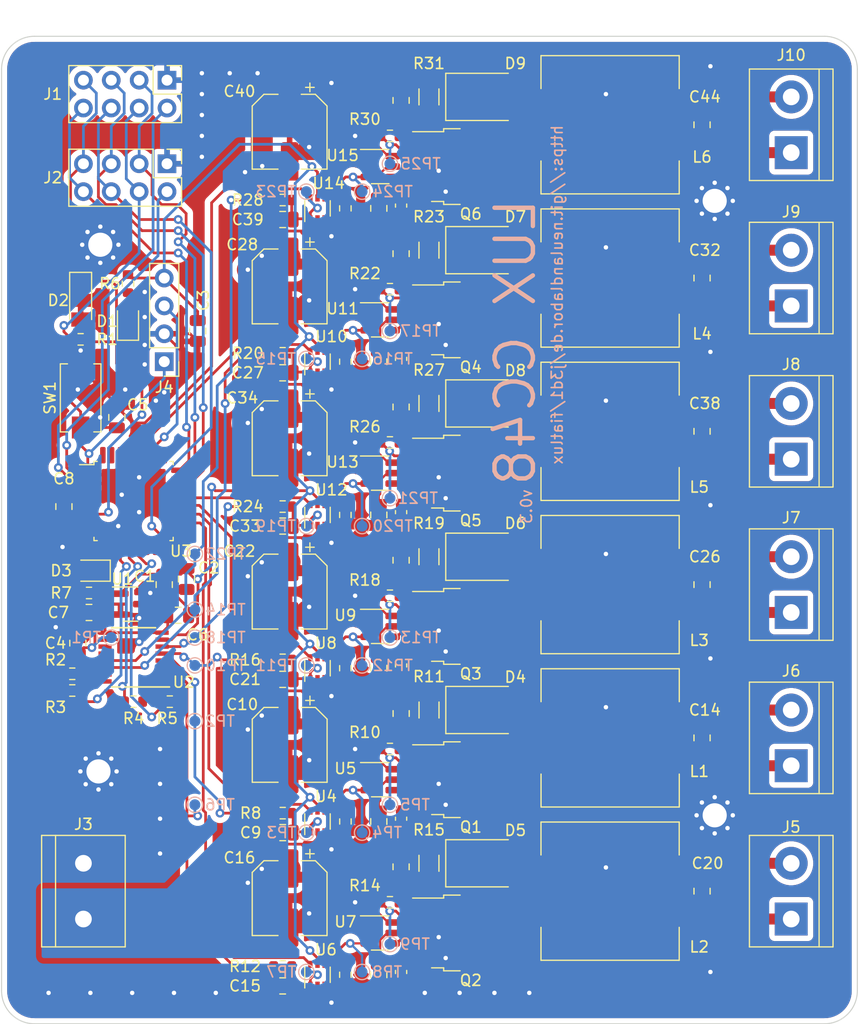
<source format=kicad_pcb>
(kicad_pcb (version 20211014) (generator pcbnew)

  (general
    (thickness 1.6)
  )

  (paper "A4")
  (layers
    (0 "F.Cu" signal)
    (31 "B.Cu" signal)
    (32 "B.Adhes" user "B.Adhesive")
    (33 "F.Adhes" user "F.Adhesive")
    (34 "B.Paste" user)
    (35 "F.Paste" user)
    (36 "B.SilkS" user "B.Silkscreen")
    (37 "F.SilkS" user "F.Silkscreen")
    (38 "B.Mask" user)
    (39 "F.Mask" user)
    (40 "Dwgs.User" user "User.Drawings")
    (41 "Cmts.User" user "User.Comments")
    (42 "Eco1.User" user "User.Eco1")
    (43 "Eco2.User" user "User.Eco2")
    (44 "Edge.Cuts" user)
    (45 "Margin" user)
    (46 "B.CrtYd" user "B.Courtyard")
    (47 "F.CrtYd" user "F.Courtyard")
    (48 "B.Fab" user)
    (49 "F.Fab" user)
    (50 "User.1" user "Nutzer.1")
    (51 "User.2" user "Nutzer.2")
    (52 "User.3" user "Nutzer.3")
    (53 "User.4" user "Nutzer.4")
    (54 "User.5" user "Nutzer.5")
    (55 "User.6" user "Nutzer.6")
    (56 "User.7" user "Nutzer.7")
    (57 "User.8" user "Nutzer.8")
    (58 "User.9" user "Nutzer.9")
  )

  (setup
    (stackup
      (layer "F.SilkS" (type "Top Silk Screen"))
      (layer "F.Paste" (type "Top Solder Paste"))
      (layer "F.Mask" (type "Top Solder Mask") (thickness 0.01))
      (layer "F.Cu" (type "copper") (thickness 0.035))
      (layer "dielectric 1" (type "core") (thickness 1.51) (material "FR4") (epsilon_r 4.5) (loss_tangent 0.02))
      (layer "B.Cu" (type "copper") (thickness 0.035))
      (layer "B.Mask" (type "Bottom Solder Mask") (thickness 0.01))
      (layer "B.Paste" (type "Bottom Solder Paste"))
      (layer "B.SilkS" (type "Bottom Silk Screen"))
      (copper_finish "None")
      (dielectric_constraints no)
    )
    (pad_to_mask_clearance 0)
    (grid_origin 167.894 27.686)
    (pcbplotparams
      (layerselection 0x00010fc_ffffffff)
      (disableapertmacros false)
      (usegerberextensions false)
      (usegerberattributes true)
      (usegerberadvancedattributes true)
      (creategerberjobfile true)
      (svguseinch false)
      (svgprecision 6)
      (excludeedgelayer true)
      (plotframeref false)
      (viasonmask false)
      (mode 1)
      (useauxorigin false)
      (hpglpennumber 1)
      (hpglpenspeed 20)
      (hpglpendiameter 15.000000)
      (dxfpolygonmode true)
      (dxfimperialunits true)
      (dxfusepcbnewfont true)
      (psnegative false)
      (psa4output false)
      (plotreference true)
      (plotvalue true)
      (plotinvisibletext false)
      (sketchpadsonfab false)
      (subtractmaskfromsilk false)
      (outputformat 1)
      (mirror false)
      (drillshape 1)
      (scaleselection 1)
      (outputdirectory "")
    )
  )

  (net 0 "")
  (net 1 "+3V3")
  (net 2 "GND")
  (net 3 "~{BUSRST}")
  (net 4 "Net-(C4-Pad1)")
  (net 5 "Net-(C8-Pad1)")
  (net 6 "/fiatlux_cc48_channel_driver2/DRI_DIM")
  (net 7 "+48V")
  (net 8 "/fiatlux_cc48_channel_driver2/DRI_VCC")
  (net 9 "/fiatlux_cc48_channel_driver2/DRI_COM")
  (net 10 "/fiatlux_cc48_channel_driver2/OUT+")
  (net 11 "/fiatlux_cc48_channel_driver2/OUT-")
  (net 12 "/fiatlux_cc48_channel_driver1/DRI_DIM")
  (net 13 "/fiatlux_cc48_channel_driver1/DRI_VCC")
  (net 14 "/fiatlux_cc48_channel_driver1/DRI_COM")
  (net 15 "/fiatlux_cc48_channel_driver1/OUT+")
  (net 16 "/fiatlux_cc48_channel_driver1/OUT-")
  (net 17 "/fiatlux_cc48_channel_driver3/DRI_DIM")
  (net 18 "/fiatlux_cc48_channel_driver3/DRI_VCC")
  (net 19 "/fiatlux_cc48_channel_driver3/DRI_COM")
  (net 20 "/fiatlux_cc48_channel_driver3/OUT+")
  (net 21 "/fiatlux_cc48_channel_driver3/OUT-")
  (net 22 "/fiatlux_cc48_channel_driver5/DRI_DIM")
  (net 23 "/fiatlux_cc48_channel_driver5/DRI_VCC")
  (net 24 "/fiatlux_cc48_channel_driver5/DRI_COM")
  (net 25 "/fiatlux_cc48_channel_driver5/OUT+")
  (net 26 "/fiatlux_cc48_channel_driver5/OUT-")
  (net 27 "Net-(D1-Pad2)")
  (net 28 "ACT_LED")
  (net 29 "Net-(D3-Pad2)")
  (net 30 "/fiatlux_cc48_channel_driver4/DRI_DIM")
  (net 31 "/fiatlux_cc48_channel_driver4/DRI_VCC")
  (net 32 "/fiatlux_cc48_channel_driver4/DRI_COM")
  (net 33 "/fiatlux_cc48_channel_driver4/OUT+")
  (net 34 "/fiatlux_cc48_channel_driver4/OUT-")
  (net 35 "SWIM")
  (net 36 "/fiatlux_cc48_channel_driver6/DRI_DIM")
  (net 37 "/fiatlux_cc48_channel_driver6/DRI_VCC")
  (net 38 "/fiatlux_cc48_channel_driver6/DRI_COM")
  (net 39 "/fiatlux_cc48_channel_driver6/OUT+")
  (net 40 "/fiatlux_cc48_channel_driver6/OUT-")
  (net 41 "/fiatlux_cc48_channel_driver2/DRI_SOURCE")
  (net 42 "/fiatlux_cc48_channel_driver1/DRI_SOURCE")
  (net 43 "/fiatlux_cc48_channel_driver3/DRI_SOURCE")
  (net 44 "DAC_SYNC")
  (net 45 "Net-(R2-Pad2)")
  (net 46 "SCLK")
  (net 47 "Net-(R3-Pad2)")
  (net 48 "MOSI")
  (net 49 "Net-(R4-Pad2)")
  (net 50 "MISO")
  (net 51 "Net-(R5-Pad2)")
  (net 52 "CH2_DIM")
  (net 53 "Net-(R9-Pad1)")
  (net 54 "CH1_DIM")
  (net 55 "CH3_DIM")
  (net 56 "CH5_DIM")
  (net 57 "CH4_DIM")
  (net 58 "Net-(R21-Pad1)")
  (net 59 "CH6_DIM")
  (net 60 "Net-(C13-Pad1)")
  (net 61 "unconnected-(U2-Pad11)")
  (net 62 "unconnected-(U2-Pad12)")
  (net 63 "INIT_{IN}")
  (net 64 "~{INT}")
  (net 65 "INIT_{OUT}")
  (net 66 "unconnected-(U3-Pad9)")
  (net 67 "SW_SCLK")
  (net 68 "SW_MOSI")
  (net 69 "SW_MISO")
  (net 70 "unconnected-(U3-Pad17)")
  (net 71 "CH1_PWM")
  (net 72 "CH2_PWM")
  (net 73 "CH3_PWM")
  (net 74 "CH4_PWM")
  (net 75 "unconnected-(U3-Pad25)")
  (net 76 "unconnected-(U3-Pad27)")
  (net 77 "CH6_PWM")
  (net 78 "CH5_PWM")
  (net 79 "unconnected-(U3-Pad32)")
  (net 80 "/fiatlux_cc48_channel_driver5/DRI_SOURCE")
  (net 81 "/fiatlux_cc48_channel_driver4/DRI_SOURCE")
  (net 82 "/fiatlux_cc48_channel_driver6/DRI_SOURCE")
  (net 83 "/fiatlux_cc48_channel_driver2/DRI_GATE")
  (net 84 "/fiatlux_cc48_channel_driver1/DRI_GATE")
  (net 85 "/fiatlux_cc48_channel_driver3/DRI_GATE")
  (net 86 "/fiatlux_cc48_channel_driver5/DRI_GATE")
  (net 87 "/fiatlux_cc48_channel_driver4/DRI_GATE")
  (net 88 "/fiatlux_cc48_channel_driver6/DRI_GATE")
  (net 89 "unconnected-(U3-Pad30)")
  (net 90 "unconnected-(U3-Pad31)")
  (net 91 "unconnected-(U3-Pad14)")
  (net 92 "unconnected-(U3-Pad15)")
  (net 93 "unconnected-(U3-Pad7)")
  (net 94 "Net-(C19-Pad1)")
  (net 95 "Net-(C25-Pad1)")
  (net 96 "Net-(C31-Pad1)")
  (net 97 "Net-(C37-Pad1)")
  (net 98 "Net-(C43-Pad1)")
  (net 99 "Net-(R13-Pad1)")
  (net 100 "Net-(R17-Pad1)")
  (net 101 "Net-(R25-Pad1)")
  (net 102 "Net-(R29-Pad1)")

  (footprint "Inductor_SMD:L_12x12mm_H8mm" (layer "F.Cu") (at 213.36 73.66 180))

  (footprint "TerminalBlock:TerminalBlock_bornier-2_P5.08mm" (layer "F.Cu") (at 229.87 90.17 90))

  (footprint "Capacitor_SMD:C_0805_2012Metric" (layer "F.Cu") (at 183.515 110.236 180))

  (footprint "Capacitor_SMD:C_0603_1608Metric" (layer "F.Cu") (at 194.31 81.026 -90))

  (footprint "Capacitor_SMD:C_0805_2012Metric" (layer "F.Cu") (at 221.742 87.63 -90))

  (footprint "TerminalBlock:TerminalBlock_bornier-2_P5.08mm" (layer "F.Cu") (at 229.87 76.2 90))

  (footprint "MountingHole:MountingHole_2.2mm_M2_Pad_Via" (layer "F.Cu") (at 222.894 38.686))

  (footprint "Resistor_SMD:R_1206_3216Metric" (layer "F.Cu") (at 196.85 99.06 90))

  (footprint "Diode_SMD:D_SMB" (layer "F.Cu") (at 201.93 57.15))

  (footprint "Connector_PinHeader_2.54mm:PinHeader_1x04_P2.54mm_Vertical" (layer "F.Cu") (at 172.72 53.34 180))

  (footprint "Capacitor_SMD:CP_Elec_6.3x4.5" (layer "F.Cu") (at 184.15 60.325 -90))

  (footprint "Connector_PinHeader_2.54mm:PinHeader_2x04_P2.54mm_Vertical" (layer "F.Cu") (at 172.974 35.306 -90))

  (footprint "Capacitor_SMD:C_0603_1608Metric" (layer "F.Cu") (at 194.31 108.966 -90))

  (footprint "Capacitor_SMD:C_0805_2012Metric" (layer "F.Cu") (at 172.72 73.66 -90))

  (footprint "Package_TO_SOT_SMD:SOT-23-6" (layer "F.Cu") (at 192.405 63.5))

  (footprint "Capacitor_SMD:C_0805_2012Metric" (layer "F.Cu") (at 192.278 67.31 -90))

  (footprint "Package_TO_SOT_SMD:SOT-363_SC-70-6" (layer "F.Cu") (at 186.69 81.28 90))

  (footprint "Capacitor_SMD:C_0805_2012Metric" (layer "F.Cu") (at 192.278 109.22 -90))

  (footprint "Package_TO_SOT_SMD:TO-252-2" (layer "F.Cu") (at 200.6655 91.44))

  (footprint "Connector_PinHeader_2.54mm:PinHeader_2x04_P2.54mm_Vertical" (layer "F.Cu") (at 172.974 27.686 -90))

  (footprint "Package_TO_SOT_SMD:TO-252-2" (layer "F.Cu") (at 200.66 77.47))

  (footprint "Resistor_SMD:R_0603_1608Metric" (layer "F.Cu") (at 183.515 80.518))

  (footprint "Diode_SMD:D_SMB" (layer "F.Cu") (at 201.93 29.21))

  (footprint "TerminalBlock:TerminalBlock_bornier-2_P5.08mm" (layer "F.Cu") (at 165.354 99.06 -90))

  (footprint "Diode_SMD:D_SMB" (layer "F.Cu") (at 201.93 99.06))

  (footprint "Diode_SMD:D_SMB" (layer "F.Cu") (at 201.93 43.18))

  (footprint "Capacitor_SMD:C_0805_2012Metric" (layer "F.Cu") (at 192.278 95.25 -90))

  (footprint "MountingHole:MountingHole_2.2mm_M2_Pad_Via" (layer "F.Cu") (at 166.727274 90.686))

  (footprint "Inductor_SMD:L_12x12mm_H8mm" (layer "F.Cu") (at 213.36 45.72 180))

  (footprint "Diode_SMD:D_SMB" (layer "F.Cu") (at 201.9355 85.09))

  (footprint "Capacitor_SMD:CP_Elec_6.3x4.5" (layer "F.Cu") (at 184.15 46.482 -90))

  (footprint "MountingHole:MountingHole_2.2mm_M2_Pad_Via" (layer "F.Cu") (at 166.894 42.686))

  (footprint "Package_TO_SOT_SMD:SOT-23-6" (layer "F.Cu") (at 192.405 35.56))

  (footprint "Capacitor_SMD:C_0805_2012Metric" (layer "F.Cu") (at 221.742 31.75 -90))

  (footprint "Resistor_SMD:R_0603_1608Metric" (layer "F.Cu") (at 189.23 81.28 -90))

  (footprint "Resistor_SMD:R_0603_1608Metric" (layer "F.Cu") (at 164.338 81.788))

  (footprint "LED_SMD:LED_0805_2012Metric" (layer "F.Cu") (at 169.418 49.7055 90))

  (footprint "Capacitor_SMD:C_0805_2012Metric" (layer "F.Cu") (at 174.752 73.152 -90))

  (footprint "Capacitor_SMD:C_0805_2012Metric" (layer "F.Cu") (at 194.31 29.53 90))

  (footprint "Capacitor_SMD:C_0805_2012Metric" (layer "F.Cu") (at 183.5205 96.266 180))

  (footprint "Inductor_SMD:L_12x12mm_H8mm" (layer "F.Cu") (at 213.36 101.6 180))

  (footprint "Capacitor_SMD:C_0805_2012Metric" (layer "F.Cu") (at 183.515 68.326 180))

  (footprint "Package_QFP:LQFP-32_7x7mm_P0.8mm" (layer "F.Cu") (at 169.926 66.04))

  (footprint "Resistor_SMD:R_1206_3216Metric" (layer "F.Cu") (at 196.85 57.15 90))

  (footprint "Package_TO_SOT_SMD:SOT-23-6" locked (layer "F.Cu")
    (tedit 5F6F9B37) (tstamp 5d5347b5-0e5b-47b3-a3e3-d6f5725bead7)
    (at 192.405 49.53)
    (descr "SOT, 6 Pin (https://www.jedec.org/sites/default/files/docs/Mo-178c.PDF variant AB), generated with kicad-footprint-generator ipc_gullwing_generator.py")
    (tags "SOT TO_SOT_SMD")
    (property "LCSC" "C367387")
    (property "Sheetfile" "fiatlux_cc48_channel_driver.kicad_sch")
    (property "Sheetname" "fiatlux_cc48_channel_driver5")
    (path "/a672b323-13f7-4347-a8ce-0a3f96c45d44/dd58ff45-8682-4c68-9b58-6c676bdc956a")
    (attr smd)
    (fp_text reference "U11" (at -3.429 -1.016) (layer "F.SilkS")
      (effects (font (size 1 1) (thickness 0.15)))
      (tstamp dc4e3f36-1a63-403f-9b69-916253287a11)
    )
    (fp_text value "FL7760" (at 0 2.4) (layer "F.Fab")
      (effects (font (size 1 1) (thickness 0.15)))
      (tstamp 62ae2c82-2ad1-41ed-9743-d3d2ec745ecf)
    )
    (fp_text user "${REFERENCE}" (at 0 0) (layer "F.Fab")
      (effects (font (size 0.4 0.4) (thickness 0.06)))
      (tstamp bb6fc9ca-29cf-4bd3-b247-55a9c24a57a8)
    )
    (fp_line (start 0 -1.56) (end -1.8 -1.56) (layer "F.SilkS") (width 0.12) (tstamp 2dcd34aa-b97e-475c-b306-119d0ffca285))
    (fp_line (start 0 -1.56) (end 0.8 -1.56) (layer "F.SilkS") (width 0.12) (tstamp 937d4f10-b715-42ce-acb2-6470c710d881))
    (fp_line (start 0 1.56) (end -0.8 1.56) (layer "F.SilkS") (width 0.12) (tstamp cbab863c-7670-4c4d-b2c1-1ed2e34b49c0))
    (fp_line (start 0 1.56) (end 0.8 1.56) (layer "F.SilkS") (width 0.12) (tstamp cf6597c8-55a9-48ee-87d2-63a5b781819f))
    (fp_line (start 2.05 1.7) (end 2.05 -1.7) (layer "F.CrtYd") (width 0.05) (tstamp 2b7c4bc6-622b-4862-ac33-e0b8062fde77))
    (fp_line (start -2.05 1.7) (end 2.05 1.7) (layer "F.CrtYd") (width 0.05) (tstamp 400807b8-0398-452a-82c7-312641a0f176))
    (fp_line (start 2.05 -1.7) (end -2.05 -1.7) (layer "F.CrtYd") (width 0.05) (tstamp 606d3235-8939-4383-9302-9b2bdc9c5c93))
    (fp_line (start -2.05 -1.7) (end -2.05 1.7) (layer "F.CrtYd") (width 0.05) (tstamp e1578996-aa23-482e-9b59-91c54424deb4))
    (fp_line (start 0.8 -1.45) (end 0.8 1.45) (layer "F.Fab") (width 0.1) (tstamp 1d1d5606-3990-4560-9222-3157112a343e))
    (fp_line (start -0.4 -1.45) (end 0.8 -1.45) (layer "F.Fab") (width 0.1) (tstamp 6fe434db-8eba-4aa7-914b-a1d7f236ec6f))
    (fp_line (start -0.8 -1.05) (end -0.4 -1.45) (layer "F.Fab") (width 0.1) (tstamp abcbf425-b631-4338-b64d-e9bcf3899426))
    (fp_line (start 0.8 1.45) (end -0.8 1.45) (layer "F.Fab") (width 0.1) (tstamp ac09c582-8fde-45c6-b5a0-d3e3b4cb3b14))
    (fp_line (start -0.8 1.45) (end -0.8 -1.05) (layer "F.Fab") (width 0.1) (tstamp e274c769-cbc7-4915-a508-55bf894ac28a))
    (pad "1" smd roundrect locked (at -1.1375 -0.95) (size 1.325 0.6) (layers "F.Cu" "F.Paste" "F.Mask") (roundrect_rratio 0.25)
      (net 7 "+48V") (pinfunction "VIN") (pintype "input") (tstamp 9ff561e4-65e2-41ac-a215-6a3669456df0))
    (pad "2" smd roundrect locked (at -1.1375 0) (size 1.325 0.6) (layers "F.Cu" "F.Paste" "F.Mask") (roundrect_rratio 0.25)
      (net 2 "GND") (pinfunction "GND") (pintype "input") (tstamp cfdba1e5-1b3c-4348-84de-4296e7d8a04f))
    (pad "3" smd roundrect locked (at -1.1375 0.95) (size 1.325 0.6) (layers "F.Cu" "F.Paste" "F.Mask") (roundrect_rratio 0.25)
      (net 24 "/fiatlux_cc48_channel_driver5/DRI_COM") (pinfunction "DIM") (pintype "input") (tstamp 9238407b-6dea-4037-8963-f08585576c76))
    (pad "4" smd roundrect locked (at 1.1375 0.95) (size 1.325 0.6) (layers "F.Cu" "F.Paste" "F.Mask") (roundrect_rratio 0.25)
      (net 86 "/fiatlux_cc48_channel_driver5/DRI_GATE") (pinfunction "DRV") (pintype "output") (tstamp ecb96073-9d8b-4100-938b-7d5457977e34))
    (pad "5" smd roundrect locked (at 1.1375 0) (size 1.325 0.6) (layers "F.Cu" "F.Paste" "F.Mask") (roundrect_rratio 0.25)
      (net 23 "/fiatlux_cc48_channel_driver5/DRI_VCC") (pinfunction "VCC") (pintype "input") (
... [1196965 chars truncated]
</source>
